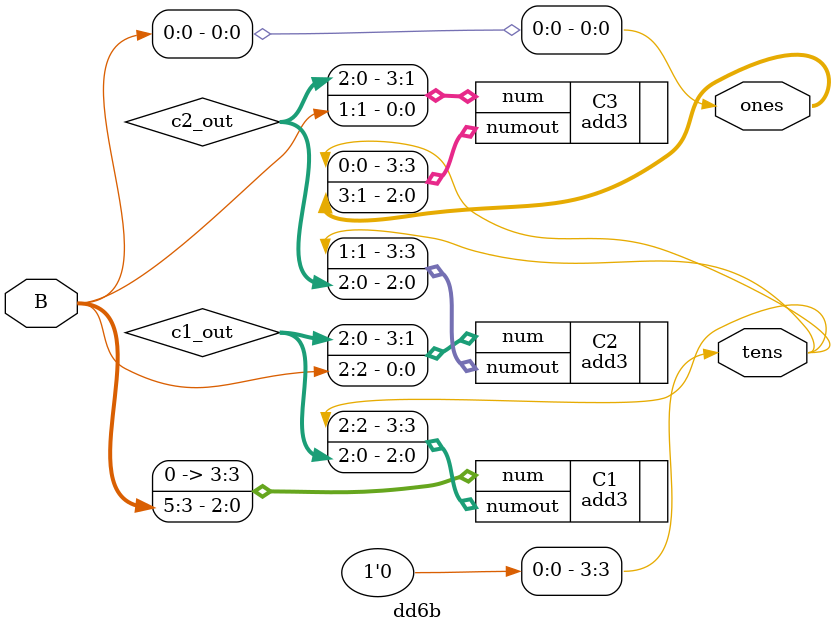
<source format=sv>
`timescale 1ns / 1ps


module dd6b(
    input [5:0] B,
    output [3:0] tens,
    output [3:0] ones
    );
   
    wire [2:0] c1_out;
    wire [2:0] c2_out;
   
    assign tens[3] = 1'b0 ;
   
    add3 C1 (
    .num({1'b0 , B[5:3]}), 
    .numout({tens[2], c1_out})
    );
    
    add3 C2(
    .num({c1_out, B[2]}), 
    .numout({tens[1], c2_out})
    );
    
     add3 C3(
    .num({c2_out, B[1]}), 
    .numout({tens[0], ones[3:1]})
    );
    
    assign ones[0] = B[0];
endmodule

</source>
